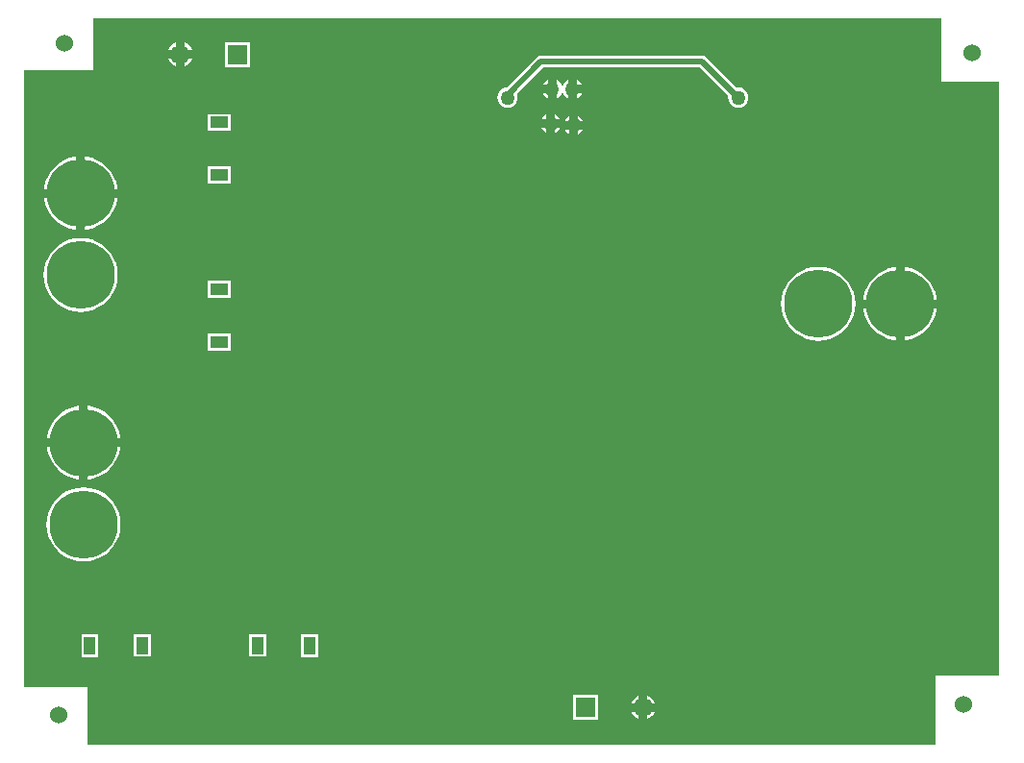
<source format=gbr>
%TF.GenerationSoftware,Altium Limited,Altium Designer,19.1.8 (144)*%
G04 Layer_Physical_Order=2*
G04 Layer_Color=16711680*
%FSLAX26Y26*%
%MOIN*%
%TF.FileFunction,Copper,L2,Bot,Signal*%
%TF.Part,Single*%
G01*
G75*
%TA.AperFunction,Conductor*%
%ADD21C,0.020000*%
%ADD24C,0.010000*%
%TA.AperFunction,ComponentPad*%
%ADD29R,0.059055X0.039370*%
%ADD30R,0.039370X0.059055*%
%ADD31C,0.236220*%
%TA.AperFunction,ViaPad*%
%ADD32C,0.060000*%
%TA.AperFunction,ComponentPad*%
%ADD33R,0.066929X0.066929*%
%ADD34C,0.066929*%
%TA.AperFunction,ViaPad*%
%ADD35C,0.050000*%
G36*
X3200000Y2320000D02*
X3400000D01*
Y260000D01*
X3180000D01*
Y20000D01*
X240000D01*
Y220000D01*
X20000D01*
Y2360000D01*
X260000D01*
Y2540000D01*
X3200000D01*
Y2320000D01*
D02*
G37*
%LPC*%
G36*
X575000Y2455832D02*
Y2430000D01*
X600832D01*
X597966Y2436920D01*
X590999Y2445999D01*
X581920Y2452966D01*
X575000Y2455832D01*
D02*
G37*
G36*
X545000D02*
X538080Y2452966D01*
X529001Y2445999D01*
X522034Y2436920D01*
X519168Y2430000D01*
X545000D01*
Y2455832D01*
D02*
G37*
G36*
X600832Y2400000D02*
X575000D01*
Y2374168D01*
X581920Y2377034D01*
X590999Y2384001D01*
X597966Y2393080D01*
X600832Y2400000D01*
D02*
G37*
G36*
X545000D02*
X519168D01*
X522034Y2393080D01*
X529001Y2384001D01*
X538080Y2377034D01*
X545000Y2374168D01*
Y2400000D01*
D02*
G37*
G36*
X803465Y2458465D02*
X716535D01*
Y2371535D01*
X803465D01*
Y2458465D01*
D02*
G37*
G36*
X1935000Y2326671D02*
Y2310000D01*
X1951670D01*
X1950572Y2312651D01*
X1944962Y2319962D01*
X1937651Y2325572D01*
X1935000Y2326671D01*
D02*
G37*
G36*
X1835000D02*
X1832349Y2325572D01*
X1825038Y2319962D01*
X1819428Y2312651D01*
X1818330Y2310000D01*
X1835000D01*
Y2326671D01*
D02*
G37*
G36*
X1905000D02*
X1902349Y2325572D01*
X1895038Y2319962D01*
X1889428Y2312651D01*
X1887706Y2308495D01*
X1882294D01*
X1880572Y2312651D01*
X1874962Y2319962D01*
X1867651Y2325572D01*
X1865000Y2326671D01*
Y2295000D01*
Y2263329D01*
X1867651Y2264428D01*
X1874962Y2270038D01*
X1880572Y2277349D01*
X1882294Y2281505D01*
X1887706D01*
X1889428Y2277349D01*
X1895038Y2270038D01*
X1902349Y2264428D01*
X1905000Y2263329D01*
Y2295000D01*
Y2326671D01*
D02*
G37*
G36*
X1951670Y2280000D02*
X1935000D01*
Y2263329D01*
X1937651Y2264428D01*
X1944962Y2270038D01*
X1950572Y2277349D01*
X1951670Y2280000D01*
D02*
G37*
G36*
X1835000D02*
X1818330D01*
X1819428Y2277349D01*
X1825038Y2270038D01*
X1832349Y2264428D01*
X1835000Y2263329D01*
Y2280000D01*
D02*
G37*
G36*
X1810000Y2410392D02*
X1802196Y2408840D01*
X1795581Y2404419D01*
X1690927Y2299766D01*
X1685863Y2299099D01*
X1677349Y2295572D01*
X1670038Y2289962D01*
X1664428Y2282651D01*
X1660901Y2274137D01*
X1659698Y2265000D01*
X1660901Y2255863D01*
X1664428Y2247349D01*
X1670038Y2240038D01*
X1677349Y2234428D01*
X1685863Y2230901D01*
X1695000Y2229698D01*
X1704137Y2230901D01*
X1712651Y2234428D01*
X1719962Y2240038D01*
X1725572Y2247349D01*
X1729099Y2255863D01*
X1730302Y2265000D01*
X1729099Y2274137D01*
X1727305Y2278467D01*
X1818447Y2369608D01*
X2361553D01*
X2460450Y2270712D01*
X2459698Y2265000D01*
X2460901Y2255863D01*
X2464428Y2247349D01*
X2470038Y2240038D01*
X2477349Y2234428D01*
X2485863Y2230901D01*
X2495000Y2229698D01*
X2504137Y2230901D01*
X2512651Y2234428D01*
X2519962Y2240038D01*
X2525572Y2247349D01*
X2529099Y2255863D01*
X2530302Y2265000D01*
X2529099Y2274137D01*
X2525572Y2282651D01*
X2519962Y2289962D01*
X2512651Y2295572D01*
X2504137Y2299099D01*
X2495000Y2300302D01*
X2489288Y2299550D01*
X2384419Y2404419D01*
X2377804Y2408840D01*
X2370000Y2410392D01*
X1810001D01*
X1810000Y2410392D01*
D02*
G37*
G36*
X1860000Y2206671D02*
Y2190000D01*
X1876670D01*
X1875572Y2192651D01*
X1869962Y2199962D01*
X1862651Y2205572D01*
X1860000Y2206671D01*
D02*
G37*
G36*
X1830000D02*
X1827349Y2205572D01*
X1820038Y2199962D01*
X1814428Y2192651D01*
X1813330Y2190000D01*
X1830000D01*
Y2206671D01*
D02*
G37*
G36*
X1940000Y2201671D02*
Y2185000D01*
X1956670D01*
X1955572Y2187651D01*
X1949962Y2194962D01*
X1942651Y2200572D01*
X1940000Y2201671D01*
D02*
G37*
G36*
X1910000D02*
X1907349Y2200572D01*
X1900038Y2194962D01*
X1894428Y2187651D01*
X1893330Y2185000D01*
X1910000D01*
Y2201671D01*
D02*
G37*
G36*
X734724Y2208425D02*
X655669D01*
Y2149055D01*
X734724D01*
Y2208425D01*
D02*
G37*
G36*
X1876670Y2160000D02*
X1860000D01*
Y2143329D01*
X1862651Y2144428D01*
X1869962Y2150038D01*
X1875572Y2157349D01*
X1876670Y2160000D01*
D02*
G37*
G36*
X1830000D02*
X1813330D01*
X1814428Y2157349D01*
X1820038Y2150038D01*
X1827349Y2144428D01*
X1830000Y2143329D01*
Y2160000D01*
D02*
G37*
G36*
X1956670Y2155000D02*
X1940000D01*
Y2138329D01*
X1942651Y2139428D01*
X1949962Y2145038D01*
X1955572Y2152349D01*
X1956670Y2155000D01*
D02*
G37*
G36*
X1910000D02*
X1893330D01*
X1894428Y2152349D01*
X1900038Y2145038D01*
X1907349Y2139428D01*
X1910000Y2138329D01*
Y2155000D01*
D02*
G37*
G36*
X734528Y2027323D02*
X655472D01*
Y1967953D01*
X734528D01*
Y2027323D01*
D02*
G37*
G36*
X230000Y2060790D02*
Y1948465D01*
X342326D01*
X341924Y1953567D01*
X337217Y1973175D01*
X329500Y1991805D01*
X318964Y2008999D01*
X305868Y2024332D01*
X290534Y2037428D01*
X273341Y2047965D01*
X254711Y2055681D01*
X235103Y2060389D01*
X230000Y2060790D01*
D02*
G37*
G36*
X200000D02*
X194897Y2060389D01*
X175289Y2055681D01*
X156659Y2047965D01*
X139466Y2037428D01*
X124132Y2024332D01*
X111036Y2008999D01*
X100500Y1991805D01*
X92783Y1973175D01*
X88076Y1953567D01*
X87674Y1948465D01*
X200000D01*
Y2060790D01*
D02*
G37*
G36*
X342326Y1918465D02*
X230000D01*
Y1806139D01*
X235103Y1806540D01*
X254711Y1811248D01*
X273341Y1818965D01*
X290534Y1829501D01*
X305868Y1842597D01*
X318964Y1857930D01*
X329500Y1875124D01*
X337217Y1893754D01*
X341924Y1913362D01*
X342326Y1918465D01*
D02*
G37*
G36*
X200000D02*
X87674D01*
X88076Y1913362D01*
X92783Y1893754D01*
X100500Y1875124D01*
X111036Y1857930D01*
X124132Y1842597D01*
X139466Y1829501D01*
X156659Y1818965D01*
X175289Y1811248D01*
X194897Y1806540D01*
X200000Y1806139D01*
Y1918465D01*
D02*
G37*
G36*
X734528Y1629685D02*
X655472D01*
Y1570315D01*
X734528D01*
Y1629685D01*
D02*
G37*
G36*
X3070630Y1677326D02*
Y1565000D01*
X3182956D01*
X3182554Y1570103D01*
X3177847Y1589711D01*
X3170130Y1608341D01*
X3159594Y1625534D01*
X3146498Y1640868D01*
X3131164Y1653964D01*
X3113971Y1664500D01*
X3095341Y1672217D01*
X3075733Y1676924D01*
X3070630Y1677326D01*
D02*
G37*
G36*
X3040630D02*
X3035527Y1676924D01*
X3015919Y1672217D01*
X2997289Y1664500D01*
X2980096Y1653964D01*
X2964762Y1640868D01*
X2951666Y1625534D01*
X2941130Y1608341D01*
X2933413Y1589711D01*
X2928706Y1570103D01*
X2928304Y1565000D01*
X3040630D01*
Y1677326D01*
D02*
G37*
G36*
X215000Y1778506D02*
X194897Y1776924D01*
X175289Y1772217D01*
X156659Y1764500D01*
X139466Y1753964D01*
X124132Y1740868D01*
X111036Y1725534D01*
X100500Y1708341D01*
X92783Y1689711D01*
X88076Y1670103D01*
X86494Y1650000D01*
X88076Y1629897D01*
X92783Y1610289D01*
X100500Y1591659D01*
X111036Y1574466D01*
X124132Y1559132D01*
X139466Y1546036D01*
X156659Y1535500D01*
X175289Y1527783D01*
X194897Y1523076D01*
X215000Y1521494D01*
X235103Y1523076D01*
X254711Y1527783D01*
X273341Y1535500D01*
X290534Y1546036D01*
X305868Y1559132D01*
X318964Y1574466D01*
X329500Y1591659D01*
X337217Y1610289D01*
X341924Y1629897D01*
X343506Y1650000D01*
X341924Y1670103D01*
X337217Y1689711D01*
X329500Y1708341D01*
X318964Y1725534D01*
X305868Y1740868D01*
X290534Y1753964D01*
X273341Y1764500D01*
X254711Y1772217D01*
X235103Y1776924D01*
X215000Y1778506D01*
D02*
G37*
G36*
X3182956Y1535000D02*
X3070630D01*
Y1422674D01*
X3075733Y1423076D01*
X3095341Y1427783D01*
X3113971Y1435500D01*
X3131164Y1446036D01*
X3146498Y1459132D01*
X3159594Y1474466D01*
X3170130Y1491659D01*
X3177847Y1510289D01*
X3182554Y1529897D01*
X3182956Y1535000D01*
D02*
G37*
G36*
X3040630D02*
X2928304D01*
X2928706Y1529897D01*
X2933413Y1510289D01*
X2941130Y1491659D01*
X2951666Y1474466D01*
X2964762Y1459132D01*
X2980096Y1446036D01*
X2997289Y1435500D01*
X3015919Y1427783D01*
X3035527Y1423076D01*
X3040630Y1422674D01*
Y1535000D01*
D02*
G37*
G36*
X2772165Y1678506D02*
X2752063Y1676924D01*
X2732455Y1672217D01*
X2713825Y1664500D01*
X2696631Y1653964D01*
X2681298Y1640868D01*
X2668202Y1625534D01*
X2657665Y1608341D01*
X2649949Y1589711D01*
X2645241Y1570103D01*
X2643659Y1550000D01*
X2645241Y1529897D01*
X2649949Y1510289D01*
X2657665Y1491659D01*
X2668202Y1474466D01*
X2681298Y1459132D01*
X2696631Y1446036D01*
X2713825Y1435500D01*
X2732455Y1427783D01*
X2752063Y1423076D01*
X2772165Y1421494D01*
X2792268Y1423076D01*
X2811876Y1427783D01*
X2830506Y1435500D01*
X2847700Y1446036D01*
X2863033Y1459132D01*
X2876129Y1474466D01*
X2886665Y1491659D01*
X2894382Y1510289D01*
X2899090Y1529897D01*
X2900672Y1550000D01*
X2899090Y1570103D01*
X2894382Y1589711D01*
X2886665Y1608341D01*
X2876129Y1625534D01*
X2863033Y1640868D01*
X2847700Y1653964D01*
X2830506Y1664500D01*
X2811876Y1672217D01*
X2792268Y1676924D01*
X2772165Y1678506D01*
D02*
G37*
G36*
X734724Y1446614D02*
X655669D01*
Y1387244D01*
X734724D01*
Y1446614D01*
D02*
G37*
G36*
X240000Y1195790D02*
Y1083465D01*
X352326D01*
X351924Y1088567D01*
X347217Y1108175D01*
X339500Y1126805D01*
X328964Y1143999D01*
X315868Y1159332D01*
X300534Y1172428D01*
X283341Y1182965D01*
X264711Y1190681D01*
X245103Y1195389D01*
X240000Y1195790D01*
D02*
G37*
G36*
X210000D02*
X204897Y1195389D01*
X185289Y1190681D01*
X166659Y1182965D01*
X149466Y1172428D01*
X134132Y1159332D01*
X121036Y1143999D01*
X110500Y1126805D01*
X102783Y1108175D01*
X98076Y1088567D01*
X97674Y1083465D01*
X210000D01*
Y1195790D01*
D02*
G37*
G36*
X352326Y1053465D02*
X240000D01*
Y941139D01*
X245103Y941540D01*
X264711Y946248D01*
X283341Y953965D01*
X300534Y964501D01*
X315868Y977597D01*
X328964Y992931D01*
X339500Y1010124D01*
X347217Y1028754D01*
X351924Y1048362D01*
X352326Y1053465D01*
D02*
G37*
G36*
X210000D02*
X97674D01*
X98076Y1048362D01*
X102783Y1028754D01*
X110500Y1010124D01*
X121036Y992931D01*
X134132Y977597D01*
X149466Y964501D01*
X166659Y953965D01*
X185289Y946248D01*
X204897Y941540D01*
X210000Y941139D01*
Y1053465D01*
D02*
G37*
G36*
X225000Y913506D02*
X204897Y911924D01*
X185289Y907217D01*
X166659Y899500D01*
X149466Y888964D01*
X134132Y875868D01*
X121036Y860534D01*
X110500Y843341D01*
X102783Y824711D01*
X98076Y805103D01*
X96494Y785000D01*
X98076Y764897D01*
X102783Y745289D01*
X110500Y726659D01*
X121036Y709466D01*
X134132Y694132D01*
X149466Y681036D01*
X166659Y670500D01*
X185289Y662783D01*
X204897Y658076D01*
X225000Y656494D01*
X245103Y658076D01*
X264711Y662783D01*
X283341Y670500D01*
X300534Y681036D01*
X315868Y694132D01*
X328964Y709466D01*
X339500Y726659D01*
X347217Y745289D01*
X351924Y764897D01*
X353506Y785000D01*
X351924Y805103D01*
X347217Y824711D01*
X339500Y843341D01*
X328964Y860534D01*
X315868Y875868D01*
X300534Y888964D01*
X283341Y899500D01*
X264711Y907217D01*
X245103Y911924D01*
X225000Y913506D01*
D02*
G37*
G36*
X857323Y404527D02*
X797953D01*
Y325473D01*
X857323D01*
Y404527D01*
D02*
G37*
G36*
X459685D02*
X400315D01*
Y325473D01*
X459685D01*
Y404527D01*
D02*
G37*
G36*
X1038425Y404331D02*
X979055D01*
Y325276D01*
X1038425D01*
Y404331D01*
D02*
G37*
G36*
X276614D02*
X217244D01*
Y325276D01*
X276614D01*
Y404331D01*
D02*
G37*
G36*
X2180000Y190833D02*
Y165000D01*
X2205832D01*
X2202966Y171920D01*
X2195999Y180999D01*
X2186920Y187966D01*
X2180000Y190833D01*
D02*
G37*
G36*
X2150000D02*
X2143080Y187966D01*
X2134001Y180999D01*
X2127034Y171920D01*
X2124168Y165000D01*
X2150000D01*
Y190833D01*
D02*
G37*
G36*
X2205832Y135000D02*
X2180000D01*
Y109168D01*
X2186920Y112034D01*
X2195999Y119001D01*
X2202966Y128080D01*
X2205832Y135000D01*
D02*
G37*
G36*
X2150000D02*
X2124168D01*
X2127034Y128080D01*
X2134001Y119001D01*
X2143080Y112034D01*
X2150000Y109168D01*
Y135000D01*
D02*
G37*
G36*
X2008465Y193464D02*
X1921535D01*
Y106535D01*
X2008465D01*
Y193464D01*
D02*
G37*
%LPD*%
D21*
X2370000Y2390000D02*
X2495000Y2265000D01*
X1810000Y2390000D02*
X2370000D01*
X1695000Y2275000D02*
X1810000Y2390000D01*
D24*
X1695000Y2265000D02*
Y2275000D01*
D29*
X695000Y1997638D02*
D03*
X695197Y2178740D02*
D03*
X695000Y1600000D02*
D03*
X695197Y1416929D02*
D03*
D30*
X827638Y365000D02*
D03*
X1008740Y364803D02*
D03*
X430000Y365000D02*
D03*
X246929Y364803D02*
D03*
D31*
X225000Y1068465D02*
D03*
Y785000D02*
D03*
X215000Y1933465D02*
D03*
Y1650000D02*
D03*
X3055630Y1550000D02*
D03*
X2772165D02*
D03*
D32*
X3305000Y2420000D02*
D03*
X3275000Y160000D02*
D03*
X140000Y125000D02*
D03*
X160000Y2455000D02*
D03*
D33*
X1965000Y150000D02*
D03*
X760000Y2415000D02*
D03*
D34*
X2165000Y150000D02*
D03*
X560000Y2415000D02*
D03*
D35*
X1820000Y2120000D02*
D03*
X1880000D02*
D03*
X2140000Y820000D02*
D03*
X2060000D02*
D03*
X1980000D02*
D03*
X2100000Y780000D02*
D03*
X2020000D02*
D03*
X2100000Y580000D02*
D03*
X2020000D02*
D03*
X1925000Y2170000D02*
D03*
X1845000Y2175000D02*
D03*
X1920000Y2295000D02*
D03*
X1850000D02*
D03*
X1695000Y2265000D02*
D03*
X2495000D02*
D03*
%TF.MD5,b9150c5337fab1782ccc7691c8ed2a09*%
M02*

</source>
